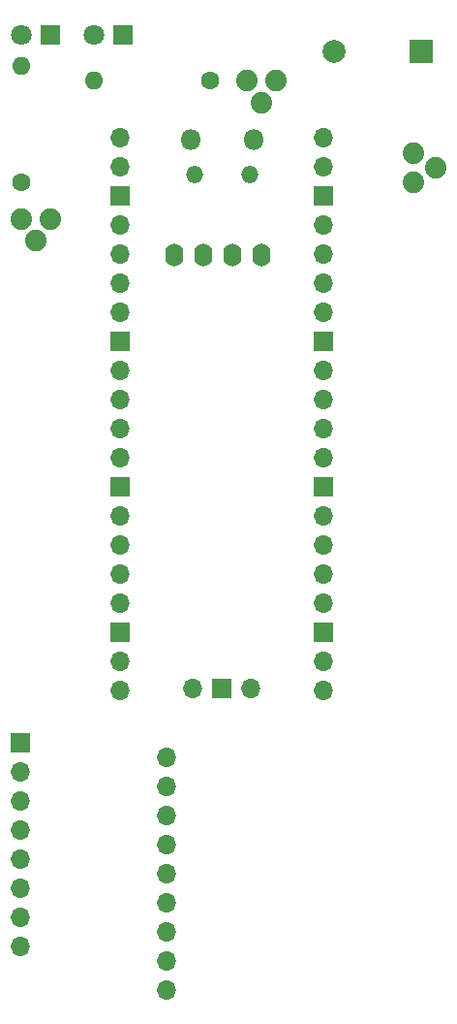
<source format=gbr>
%TF.GenerationSoftware,KiCad,Pcbnew,7.0.10+dfsg-1*%
%TF.CreationDate,2024-02-08T12:56:13+01:00*%
%TF.ProjectId,chibi_v2,63686962-695f-4763-922e-6b696361645f,rev?*%
%TF.SameCoordinates,Original*%
%TF.FileFunction,Soldermask,Top*%
%TF.FilePolarity,Negative*%
%FSLAX46Y46*%
G04 Gerber Fmt 4.6, Leading zero omitted, Abs format (unit mm)*
G04 Created by KiCad (PCBNEW 7.0.10+dfsg-1) date 2024-02-08 12:56:13*
%MOMM*%
%LPD*%
G01*
G04 APERTURE LIST*
%ADD10C,1.600000*%
%ADD11O,1.600000X1.600000*%
%ADD12O,1.700000X1.700000*%
%ADD13C,1.880400*%
%ADD14R,1.800000X1.800000*%
%ADD15C,1.800000*%
%ADD16R,2.000000X2.000000*%
%ADD17C,2.000000*%
%ADD18R,1.700000X1.700000*%
%ADD19O,1.600000X2.000000*%
%ADD20O,1.800000X1.800000*%
%ADD21O,1.500000X1.500000*%
G04 APERTURE END LIST*
D10*
%TO.C,R2*%
X104775000Y-53340000D03*
D11*
X104775000Y-43180000D03*
%TD*%
D10*
%TO.C,R1*%
X121285000Y-44450000D03*
D11*
X111125000Y-44450000D03*
%TD*%
D12*
%TO.C,U2*%
X117475000Y-123825000D03*
X117475000Y-121285000D03*
X117475000Y-118745000D03*
X117475000Y-116205000D03*
X117475000Y-113665000D03*
X117475000Y-111125000D03*
X117475000Y-108585000D03*
X117475000Y-106045000D03*
X117475000Y-103505000D03*
%TD*%
D13*
%TO.C,Q3*%
X124460000Y-44450000D03*
X125730000Y-46355000D03*
X127000000Y-44450000D03*
%TD*%
%TO.C,Q2*%
X104775000Y-56515000D03*
X106045000Y-58420000D03*
X107315000Y-56515000D03*
%TD*%
%TO.C,Q1*%
X139065000Y-53340000D03*
X140970000Y-52070000D03*
X139065000Y-50800000D03*
%TD*%
D14*
%TO.C,D2*%
X113645000Y-40410000D03*
D15*
X111105000Y-40410000D03*
%TD*%
D14*
%TO.C,D1*%
X107295000Y-40410000D03*
D15*
X104755000Y-40410000D03*
%TD*%
D16*
%TO.C,BZ1*%
X139690000Y-41910000D03*
D17*
X132090000Y-41910000D03*
%TD*%
D18*
%TO.C,J2*%
X104681900Y-102235000D03*
D12*
X104681900Y-104775000D03*
X104681900Y-107315000D03*
X104681900Y-109855000D03*
X104681900Y-112395000D03*
X104681900Y-114935000D03*
X104681900Y-117475000D03*
X104681900Y-120015000D03*
%TD*%
D19*
%TO.C,Brd1*%
X118110000Y-59690000D03*
X120650000Y-59690000D03*
X123190000Y-59690000D03*
X125730000Y-59690000D03*
%TD*%
D20*
%TO.C,U1*%
X125035000Y-49575000D03*
D21*
X124735000Y-52605000D03*
X119885000Y-52605000D03*
D20*
X119585000Y-49575000D03*
D12*
X131200000Y-49445000D03*
X131200000Y-51985000D03*
D18*
X131200000Y-54525000D03*
D12*
X131200000Y-57065000D03*
X131200000Y-59605000D03*
X131200000Y-62145000D03*
X131200000Y-64685000D03*
D18*
X131200000Y-67225000D03*
D12*
X131200000Y-69765000D03*
X131200000Y-72305000D03*
X131200000Y-74845000D03*
X131200000Y-77385000D03*
D18*
X131200000Y-79925000D03*
D12*
X131200000Y-82465000D03*
X131200000Y-85005000D03*
X131200000Y-87545000D03*
X131200000Y-90085000D03*
D18*
X131200000Y-92625000D03*
D12*
X131200000Y-95165000D03*
X131200000Y-97705000D03*
X113420000Y-97705000D03*
X113420000Y-95165000D03*
D18*
X113420000Y-92625000D03*
D12*
X113420000Y-90085000D03*
X113420000Y-87545000D03*
X113420000Y-85005000D03*
X113420000Y-82465000D03*
D18*
X113420000Y-79925000D03*
D12*
X113420000Y-77385000D03*
X113420000Y-74845000D03*
X113420000Y-72305000D03*
X113420000Y-69765000D03*
D18*
X113420000Y-67225000D03*
D12*
X113420000Y-64685000D03*
X113420000Y-62145000D03*
X113420000Y-59605000D03*
X113420000Y-57065000D03*
D18*
X113420000Y-54525000D03*
D12*
X113420000Y-51985000D03*
X113420000Y-49445000D03*
X124850000Y-97475000D03*
D18*
X122310000Y-97475000D03*
D12*
X119770000Y-97475000D03*
%TD*%
M02*

</source>
